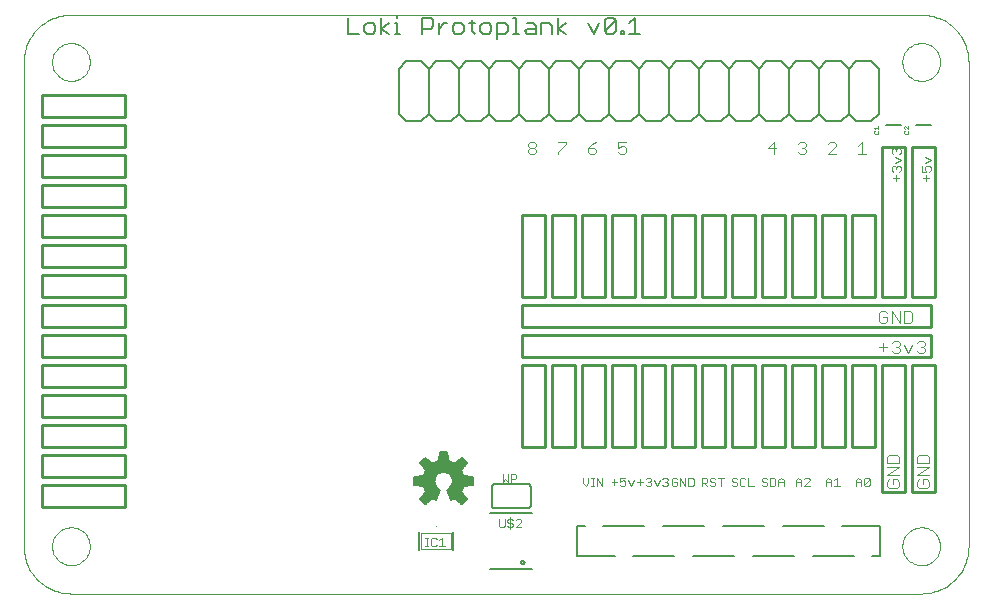
<source format=gto>
G75*
G70*
%OFA0B0*%
%FSLAX24Y24*%
%IPPOS*%
%LPD*%
%AMOC8*
5,1,8,0,0,1.08239X$1,22.5*
%
%ADD10C,0.0100*%
%ADD11C,0.0040*%
%ADD12C,0.0030*%
%ADD13C,0.0020*%
%ADD14C,0.0050*%
%ADD15C,0.0060*%
%ADD16C,0.0070*%
%ADD17C,0.0000*%
%ADD18C,0.0004*%
%ADD19C,0.0030*%
%ADD20C,0.0080*%
%ADD21C,0.0059*%
%ADD22C,0.0010*%
D10*
X006043Y003375D02*
X006043Y004125D01*
X008793Y004125D01*
X008793Y003375D01*
X006043Y003375D01*
X006043Y004375D02*
X006043Y005125D01*
X008793Y005125D01*
X008793Y004375D01*
X006043Y004375D01*
X006043Y005375D02*
X006043Y006125D01*
X008793Y006125D01*
X008793Y005375D01*
X006043Y005375D01*
X006043Y006375D02*
X006043Y007125D01*
X008793Y007125D01*
X008793Y006375D01*
X006043Y006375D01*
X006043Y007375D02*
X006043Y008125D01*
X008793Y008125D01*
X008793Y007375D01*
X006043Y007375D01*
X006043Y008375D02*
X006043Y009125D01*
X008793Y009125D01*
X008793Y008375D01*
X006043Y008375D01*
X006043Y009375D02*
X006043Y010125D01*
X008793Y010125D01*
X008793Y009375D01*
X006043Y009375D01*
X006043Y010375D02*
X006043Y011125D01*
X008793Y011125D01*
X008793Y010375D01*
X006043Y010375D01*
X006043Y011375D02*
X006043Y012125D01*
X008793Y012125D01*
X008793Y011375D01*
X006043Y011375D01*
X006043Y012375D02*
X006043Y013125D01*
X008793Y013125D01*
X008793Y012375D01*
X006043Y012375D01*
X006043Y013375D02*
X006043Y014125D01*
X008793Y014125D01*
X008793Y013375D01*
X006043Y013375D01*
X006043Y014375D02*
X006043Y015125D01*
X008793Y015125D01*
X008793Y014375D01*
X006043Y014375D01*
X006043Y015375D02*
X006043Y016125D01*
X008793Y016125D01*
X008793Y015375D01*
X006043Y015375D01*
X006043Y016375D02*
X006043Y017125D01*
X008793Y017125D01*
X008793Y016375D01*
X006043Y016375D01*
X022043Y013125D02*
X022043Y010375D01*
X022793Y010375D01*
X022793Y013125D01*
X022043Y013125D01*
X023043Y013125D02*
X023043Y010375D01*
X023793Y010375D01*
X023793Y013125D01*
X023043Y013125D01*
X024043Y013125D02*
X024043Y010375D01*
X024793Y010375D01*
X024793Y013125D01*
X024043Y013125D01*
X025043Y013125D02*
X025043Y010375D01*
X025793Y010375D01*
X025793Y013125D01*
X025043Y013125D01*
X026043Y013125D02*
X026043Y010375D01*
X026793Y010375D01*
X026793Y013125D01*
X026043Y013125D01*
X027043Y013125D02*
X027043Y010375D01*
X027793Y010375D01*
X027793Y013125D01*
X027043Y013125D01*
X028043Y013125D02*
X028043Y010375D01*
X028793Y010375D01*
X028793Y013125D01*
X028043Y013125D01*
X029043Y013125D02*
X029043Y010375D01*
X029793Y010375D01*
X029793Y013125D01*
X029043Y013125D01*
X030043Y013125D02*
X030043Y010375D01*
X030793Y010375D01*
X030793Y013125D01*
X030043Y013125D01*
X031043Y013125D02*
X031043Y010375D01*
X031793Y010375D01*
X031793Y013125D01*
X031043Y013125D01*
X032043Y013125D02*
X032043Y010375D01*
X032793Y010375D01*
X032793Y013125D01*
X032043Y013125D01*
X033043Y013125D02*
X033043Y010375D01*
X033793Y010375D01*
X033793Y013125D01*
X033043Y013125D01*
X034043Y015375D02*
X034043Y010375D01*
X034793Y010375D01*
X034793Y015375D01*
X034043Y015375D01*
X035043Y015375D02*
X035043Y010375D01*
X035793Y010375D01*
X035793Y015375D01*
X035043Y015375D01*
X035668Y010125D02*
X035668Y009375D01*
X022043Y009375D01*
X022043Y010125D01*
X035668Y010125D01*
X035668Y009125D02*
X022043Y009125D01*
X022043Y008375D01*
X035668Y008375D01*
X035668Y009125D01*
X035793Y008125D02*
X035043Y008125D01*
X035043Y003875D01*
X035793Y003875D01*
X035793Y008125D01*
X034793Y008125D02*
X034793Y003875D01*
X034043Y003875D01*
X034043Y008125D01*
X034793Y008125D01*
X033793Y008125D02*
X033793Y005375D01*
X033043Y005375D01*
X033043Y008125D01*
X033793Y008125D01*
X032793Y008125D02*
X032793Y005375D01*
X032043Y005375D01*
X032043Y008125D01*
X032793Y008125D01*
X031793Y008125D02*
X031793Y005375D01*
X031043Y005375D01*
X031043Y008125D01*
X031793Y008125D01*
X030793Y008125D02*
X030793Y005375D01*
X030043Y005375D01*
X030043Y008125D01*
X030793Y008125D01*
X029793Y008125D02*
X029793Y005375D01*
X029043Y005375D01*
X029043Y008125D01*
X029793Y008125D01*
X028793Y008125D02*
X028793Y005375D01*
X028043Y005375D01*
X028043Y008125D01*
X028793Y008125D01*
X027793Y008125D02*
X027793Y005375D01*
X027043Y005375D01*
X027043Y008125D01*
X027793Y008125D01*
X026793Y008125D02*
X026793Y005375D01*
X026043Y005375D01*
X026043Y008125D01*
X026793Y008125D01*
X025793Y008125D02*
X025793Y005375D01*
X025043Y005375D01*
X025043Y008125D01*
X025793Y008125D01*
X024793Y008125D02*
X024793Y005375D01*
X024043Y005375D01*
X024043Y008125D01*
X024793Y008125D01*
X023793Y008125D02*
X023793Y005375D01*
X023043Y005375D01*
X023043Y008125D01*
X023793Y008125D01*
X022793Y008125D02*
X022793Y005375D01*
X022043Y005375D01*
X022043Y008125D01*
X022793Y008125D01*
D11*
X033938Y008725D02*
X034212Y008725D01*
X034075Y008862D02*
X034075Y008588D01*
X034352Y008588D02*
X034421Y008520D01*
X034558Y008520D01*
X034626Y008588D01*
X034626Y008657D01*
X034558Y008725D01*
X034489Y008725D01*
X034558Y008725D02*
X034626Y008794D01*
X034626Y008862D01*
X034558Y008930D01*
X034421Y008930D01*
X034352Y008862D01*
X034767Y008794D02*
X034904Y008520D01*
X035040Y008794D01*
X035181Y008862D02*
X035250Y008930D01*
X035386Y008930D01*
X035455Y008862D01*
X035455Y008794D01*
X035386Y008725D01*
X035455Y008657D01*
X035455Y008588D01*
X035386Y008520D01*
X035250Y008520D01*
X035181Y008588D01*
X035318Y008725D02*
X035386Y008725D01*
X034972Y009520D02*
X035040Y009588D01*
X035040Y009862D01*
X034972Y009930D01*
X034767Y009930D01*
X034767Y009520D01*
X034972Y009520D01*
X034626Y009520D02*
X034626Y009930D01*
X034352Y009930D02*
X034626Y009520D01*
X034352Y009520D02*
X034352Y009930D01*
X034212Y009862D02*
X034143Y009930D01*
X034007Y009930D01*
X033938Y009862D01*
X033938Y009588D01*
X034007Y009520D01*
X034143Y009520D01*
X034212Y009588D01*
X034212Y009725D01*
X034075Y009725D01*
X034256Y005129D02*
X034188Y005061D01*
X034188Y004856D01*
X034598Y004856D01*
X034598Y005061D01*
X034530Y005129D01*
X034256Y005129D01*
X034188Y004715D02*
X034598Y004715D01*
X034188Y004441D01*
X034598Y004441D01*
X034530Y004301D02*
X034393Y004301D01*
X034393Y004164D01*
X034530Y004301D02*
X034598Y004232D01*
X034598Y004095D01*
X034530Y004027D01*
X034256Y004027D01*
X034188Y004095D01*
X034188Y004232D01*
X034256Y004301D01*
X035188Y004232D02*
X035188Y004095D01*
X035256Y004027D01*
X035530Y004027D01*
X035598Y004095D01*
X035598Y004232D01*
X035530Y004301D01*
X035393Y004301D01*
X035393Y004164D01*
X035256Y004301D02*
X035188Y004232D01*
X035188Y004441D02*
X035598Y004715D01*
X035188Y004715D01*
X035188Y004856D02*
X035188Y005061D01*
X035256Y005129D01*
X035530Y005129D01*
X035598Y005061D01*
X035598Y004856D01*
X035188Y004856D01*
X035188Y004441D02*
X035598Y004441D01*
X033505Y015145D02*
X033231Y015145D01*
X033368Y015145D02*
X033368Y015555D01*
X033231Y015419D01*
X032505Y015419D02*
X032231Y015145D01*
X032505Y015145D01*
X032505Y015419D02*
X032505Y015487D01*
X032436Y015555D01*
X032299Y015555D01*
X032231Y015487D01*
X031505Y015487D02*
X031505Y015419D01*
X031436Y015350D01*
X031505Y015282D01*
X031505Y015213D01*
X031436Y015145D01*
X031299Y015145D01*
X031231Y015213D01*
X031368Y015350D02*
X031436Y015350D01*
X031505Y015487D02*
X031436Y015555D01*
X031299Y015555D01*
X031231Y015487D01*
X030505Y015350D02*
X030231Y015350D01*
X030436Y015555D01*
X030436Y015145D01*
X025505Y015213D02*
X025436Y015145D01*
X025299Y015145D01*
X025231Y015213D01*
X025231Y015350D02*
X025368Y015419D01*
X025436Y015419D01*
X025505Y015350D01*
X025505Y015213D01*
X025231Y015350D02*
X025231Y015555D01*
X025505Y015555D01*
X024505Y015555D02*
X024368Y015487D01*
X024231Y015350D01*
X024436Y015350D01*
X024505Y015282D01*
X024505Y015213D01*
X024436Y015145D01*
X024299Y015145D01*
X024231Y015213D01*
X024231Y015350D01*
X023505Y015487D02*
X023231Y015213D01*
X023231Y015145D01*
X023231Y015555D02*
X023505Y015555D01*
X023505Y015487D01*
X022505Y015487D02*
X022505Y015419D01*
X022436Y015350D01*
X022299Y015350D01*
X022231Y015419D01*
X022231Y015487D01*
X022299Y015555D01*
X022436Y015555D01*
X022505Y015487D01*
X022436Y015350D02*
X022505Y015282D01*
X022505Y015213D01*
X022436Y015145D01*
X022299Y015145D01*
X022231Y015213D01*
X022231Y015282D01*
X022299Y015350D01*
D12*
X034363Y015197D02*
X034363Y015294D01*
X034411Y015342D01*
X034460Y015342D01*
X034508Y015294D01*
X034556Y015342D01*
X034605Y015342D01*
X034653Y015294D01*
X034653Y015197D01*
X034605Y015149D01*
X034508Y015246D02*
X034508Y015294D01*
X034411Y015149D02*
X034363Y015197D01*
X034460Y015048D02*
X034653Y014951D01*
X034460Y014854D01*
X034460Y014753D02*
X034508Y014705D01*
X034556Y014753D01*
X034605Y014753D01*
X034653Y014705D01*
X034653Y014608D01*
X034605Y014560D01*
X034508Y014656D02*
X034508Y014705D01*
X034460Y014753D02*
X034411Y014753D01*
X034363Y014705D01*
X034363Y014608D01*
X034411Y014560D01*
X034508Y014458D02*
X034508Y014265D01*
X034411Y014362D02*
X034605Y014362D01*
X035363Y014560D02*
X035363Y014753D01*
X035460Y014705D02*
X035508Y014753D01*
X035605Y014753D01*
X035653Y014705D01*
X035653Y014608D01*
X035605Y014560D01*
X035508Y014560D02*
X035460Y014656D01*
X035460Y014705D01*
X035460Y014854D02*
X035653Y014951D01*
X035460Y015048D01*
X035508Y014560D02*
X035363Y014560D01*
X035508Y014458D02*
X035508Y014265D01*
X035411Y014362D02*
X035605Y014362D01*
X021838Y004440D02*
X021838Y004350D01*
X021793Y004305D01*
X021658Y004305D01*
X021658Y004215D02*
X021658Y004485D01*
X021793Y004485D01*
X021838Y004440D01*
X021562Y004485D02*
X021562Y004215D01*
X021472Y004305D01*
X021382Y004215D01*
X021382Y004485D01*
D13*
X024060Y004365D02*
X024060Y004178D01*
X024153Y004085D01*
X024247Y004178D01*
X024247Y004365D01*
X024336Y004365D02*
X024429Y004365D01*
X024383Y004365D02*
X024383Y004085D01*
X024429Y004085D02*
X024336Y004085D01*
X024520Y004085D02*
X024520Y004365D01*
X024707Y004085D01*
X024707Y004365D01*
X025014Y004225D02*
X025201Y004225D01*
X025290Y004225D02*
X025383Y004272D01*
X025430Y004272D01*
X025477Y004225D01*
X025477Y004132D01*
X025430Y004085D01*
X025337Y004085D01*
X025290Y004132D01*
X025290Y004225D02*
X025290Y004365D01*
X025477Y004365D01*
X025566Y004272D02*
X025660Y004085D01*
X025753Y004272D01*
X025876Y004225D02*
X026062Y004225D01*
X026152Y004132D02*
X026199Y004085D01*
X026292Y004085D01*
X026339Y004132D01*
X026339Y004178D01*
X026292Y004225D01*
X026245Y004225D01*
X026292Y004225D02*
X026339Y004272D01*
X026339Y004319D01*
X026292Y004365D01*
X026199Y004365D01*
X026152Y004319D01*
X025969Y004319D02*
X025969Y004132D01*
X026428Y004272D02*
X026522Y004085D01*
X026615Y004272D01*
X026704Y004319D02*
X026751Y004365D01*
X026844Y004365D01*
X026891Y004319D01*
X026891Y004272D01*
X026844Y004225D01*
X026891Y004178D01*
X026891Y004132D01*
X026844Y004085D01*
X026751Y004085D01*
X026704Y004132D01*
X026798Y004225D02*
X026844Y004225D01*
X027014Y004132D02*
X027014Y004319D01*
X027060Y004365D01*
X027154Y004365D01*
X027201Y004319D01*
X027201Y004225D02*
X027107Y004225D01*
X027201Y004225D02*
X027201Y004132D01*
X027154Y004085D01*
X027060Y004085D01*
X027014Y004132D01*
X027290Y004085D02*
X027290Y004365D01*
X027477Y004085D01*
X027477Y004365D01*
X027566Y004365D02*
X027566Y004085D01*
X027706Y004085D01*
X027753Y004132D01*
X027753Y004319D01*
X027706Y004365D01*
X027566Y004365D01*
X028014Y004365D02*
X028014Y004085D01*
X028014Y004178D02*
X028154Y004178D01*
X028201Y004225D01*
X028201Y004319D01*
X028154Y004365D01*
X028014Y004365D01*
X028107Y004178D02*
X028201Y004085D01*
X028290Y004132D02*
X028337Y004085D01*
X028430Y004085D01*
X028477Y004132D01*
X028477Y004178D01*
X028430Y004225D01*
X028337Y004225D01*
X028290Y004272D01*
X028290Y004319D01*
X028337Y004365D01*
X028430Y004365D01*
X028477Y004319D01*
X028566Y004365D02*
X028753Y004365D01*
X028660Y004365D02*
X028660Y004085D01*
X029014Y004132D02*
X029060Y004085D01*
X029154Y004085D01*
X029201Y004132D01*
X029201Y004178D01*
X029154Y004225D01*
X029060Y004225D01*
X029014Y004272D01*
X029014Y004319D01*
X029060Y004365D01*
X029154Y004365D01*
X029201Y004319D01*
X029290Y004319D02*
X029290Y004132D01*
X029337Y004085D01*
X029430Y004085D01*
X029477Y004132D01*
X029566Y004085D02*
X029753Y004085D01*
X029566Y004085D02*
X029566Y004365D01*
X029477Y004319D02*
X029430Y004365D01*
X029337Y004365D01*
X029290Y004319D01*
X030014Y004319D02*
X030014Y004272D01*
X030060Y004225D01*
X030154Y004225D01*
X030201Y004178D01*
X030201Y004132D01*
X030154Y004085D01*
X030060Y004085D01*
X030014Y004132D01*
X030014Y004319D02*
X030060Y004365D01*
X030154Y004365D01*
X030201Y004319D01*
X030290Y004365D02*
X030430Y004365D01*
X030477Y004319D01*
X030477Y004132D01*
X030430Y004085D01*
X030290Y004085D01*
X030290Y004365D01*
X030566Y004272D02*
X030566Y004085D01*
X030566Y004225D02*
X030753Y004225D01*
X030753Y004272D02*
X030753Y004085D01*
X030753Y004272D02*
X030660Y004365D01*
X030566Y004272D01*
X031152Y004272D02*
X031152Y004085D01*
X031152Y004225D02*
X031339Y004225D01*
X031339Y004272D02*
X031339Y004085D01*
X031428Y004085D02*
X031615Y004272D01*
X031615Y004319D01*
X031568Y004365D01*
X031475Y004365D01*
X031428Y004319D01*
X031339Y004272D02*
X031245Y004365D01*
X031152Y004272D01*
X031428Y004085D02*
X031615Y004085D01*
X032152Y004085D02*
X032152Y004272D01*
X032245Y004365D01*
X032339Y004272D01*
X032339Y004085D01*
X032428Y004085D02*
X032615Y004085D01*
X032522Y004085D02*
X032522Y004365D01*
X032428Y004272D01*
X032339Y004225D02*
X032152Y004225D01*
X033152Y004225D02*
X033339Y004225D01*
X033339Y004272D02*
X033339Y004085D01*
X033428Y004132D02*
X033615Y004319D01*
X033615Y004132D01*
X033568Y004085D01*
X033475Y004085D01*
X033428Y004132D01*
X033428Y004319D01*
X033475Y004365D01*
X033568Y004365D01*
X033615Y004319D01*
X033339Y004272D02*
X033245Y004365D01*
X033152Y004272D01*
X033152Y004085D01*
X025107Y004132D02*
X025107Y004319D01*
X022003Y002944D02*
X021956Y002990D01*
X021863Y002990D01*
X021816Y002944D01*
X021727Y002944D02*
X021680Y002990D01*
X021587Y002990D01*
X021540Y002944D01*
X021540Y002897D01*
X021587Y002850D01*
X021680Y002850D01*
X021727Y002803D01*
X021727Y002757D01*
X021680Y002710D01*
X021587Y002710D01*
X021540Y002757D01*
X021451Y002757D02*
X021451Y002990D01*
X021264Y002990D02*
X021264Y002757D01*
X021310Y002710D01*
X021404Y002710D01*
X021451Y002757D01*
X021633Y002663D02*
X021633Y003037D01*
X021816Y002710D02*
X022003Y002897D01*
X022003Y002944D01*
X022003Y002710D02*
X021816Y002710D01*
X019457Y002085D02*
X019270Y002085D01*
X019364Y002085D02*
X019364Y002365D01*
X019270Y002272D01*
X019181Y002319D02*
X019134Y002365D01*
X019041Y002365D01*
X018994Y002319D01*
X018994Y002132D01*
X019041Y002085D01*
X019134Y002085D01*
X019181Y002132D01*
X018903Y002085D02*
X018810Y002085D01*
X018857Y002085D02*
X018857Y002365D01*
X018903Y002365D02*
X018810Y002365D01*
D14*
X018609Y002565D02*
X018609Y001935D01*
X019727Y001935D02*
X019727Y002565D01*
X021193Y018967D02*
X021193Y019517D01*
X021468Y019517D01*
X021560Y019425D01*
X021560Y019242D01*
X021468Y019150D01*
X021193Y019150D01*
X021008Y019242D02*
X020916Y019150D01*
X020732Y019150D01*
X020641Y019242D01*
X020641Y019425D01*
X020732Y019517D01*
X020916Y019517D01*
X021008Y019425D01*
X021008Y019242D01*
X020456Y019150D02*
X020364Y019242D01*
X020364Y019609D01*
X020272Y019517D02*
X020456Y019517D01*
X020087Y019425D02*
X020087Y019242D01*
X019995Y019150D01*
X019812Y019150D01*
X019720Y019242D01*
X019720Y019425D01*
X019812Y019517D01*
X019995Y019517D01*
X020087Y019425D01*
X019535Y019517D02*
X019443Y019517D01*
X019259Y019333D01*
X019259Y019150D02*
X019259Y019517D01*
X019074Y019609D02*
X018982Y019700D01*
X018707Y019700D01*
X018707Y019150D01*
X018707Y019333D02*
X018982Y019333D01*
X019074Y019425D01*
X019074Y019609D01*
X017970Y019150D02*
X017786Y019150D01*
X017878Y019150D02*
X017878Y019517D01*
X017786Y019517D01*
X017601Y019517D02*
X017326Y019333D01*
X017601Y019150D01*
X017326Y019150D02*
X017326Y019700D01*
X017140Y019425D02*
X017049Y019517D01*
X016865Y019517D01*
X016773Y019425D01*
X016773Y019242D01*
X016865Y019150D01*
X017049Y019150D01*
X017140Y019242D01*
X017140Y019425D01*
X017878Y019700D02*
X017878Y019792D01*
X016588Y019150D02*
X016221Y019150D01*
X016221Y019700D01*
X021746Y019700D02*
X021837Y019700D01*
X021837Y019150D01*
X021746Y019150D02*
X021929Y019150D01*
X022114Y019242D02*
X022206Y019333D01*
X022481Y019333D01*
X022481Y019425D02*
X022481Y019150D01*
X022206Y019150D01*
X022114Y019242D01*
X022206Y019517D02*
X022389Y019517D01*
X022481Y019425D01*
X022666Y019517D02*
X022942Y019517D01*
X023033Y019425D01*
X023033Y019150D01*
X023219Y019150D02*
X023219Y019700D01*
X023494Y019517D02*
X023219Y019333D01*
X023494Y019150D01*
X024232Y019517D02*
X024415Y019150D01*
X024599Y019517D01*
X024784Y019609D02*
X024784Y019242D01*
X025151Y019609D01*
X025151Y019242D01*
X025059Y019150D01*
X024876Y019150D01*
X024784Y019242D01*
X024784Y019609D02*
X024876Y019700D01*
X025059Y019700D01*
X025151Y019609D01*
X025337Y019242D02*
X025428Y019242D01*
X025428Y019150D01*
X025337Y019150D01*
X025337Y019242D01*
X025613Y019150D02*
X025980Y019150D01*
X025796Y019150D02*
X025796Y019700D01*
X025613Y019517D01*
X022666Y019517D02*
X022666Y019150D01*
D15*
X022668Y018250D02*
X022168Y018250D01*
X021918Y018000D01*
X021918Y016500D01*
X022168Y016250D01*
X022668Y016250D01*
X022918Y016500D01*
X022918Y018000D01*
X023168Y018250D01*
X023668Y018250D01*
X023918Y018000D01*
X023918Y016500D01*
X024168Y016250D01*
X024668Y016250D01*
X024918Y016500D01*
X024918Y018000D01*
X025168Y018250D01*
X025668Y018250D01*
X025918Y018000D01*
X025918Y016500D01*
X025668Y016250D01*
X025168Y016250D01*
X024918Y016500D01*
X023918Y016500D02*
X023668Y016250D01*
X023168Y016250D01*
X022918Y016500D01*
X021918Y016500D02*
X021668Y016250D01*
X021168Y016250D01*
X020918Y016500D01*
X020918Y018000D01*
X021168Y018250D01*
X021668Y018250D01*
X021918Y018000D01*
X022668Y018250D02*
X022918Y018000D01*
X023918Y018000D02*
X024168Y018250D01*
X024668Y018250D01*
X024918Y018000D01*
X025918Y018000D02*
X026168Y018250D01*
X026668Y018250D01*
X026918Y018000D01*
X027168Y018250D01*
X027668Y018250D01*
X027918Y018000D01*
X028168Y018250D01*
X028668Y018250D01*
X028918Y018000D01*
X028918Y016500D01*
X029168Y016250D01*
X029668Y016250D01*
X029918Y016500D01*
X029918Y018000D01*
X030168Y018250D01*
X030668Y018250D01*
X030918Y018000D01*
X030918Y016500D01*
X030668Y016250D01*
X030168Y016250D01*
X029918Y016500D01*
X028918Y016500D02*
X028668Y016250D01*
X028168Y016250D01*
X027918Y016500D01*
X027918Y018000D01*
X026918Y018000D02*
X026918Y016500D01*
X027168Y016250D01*
X027668Y016250D01*
X027918Y016500D01*
X026918Y016500D02*
X026668Y016250D01*
X026168Y016250D01*
X025918Y016500D01*
X028918Y018000D02*
X029168Y018250D01*
X029668Y018250D01*
X029918Y018000D01*
X030918Y018000D02*
X031168Y018250D01*
X031668Y018250D01*
X031918Y018000D01*
X031918Y016500D01*
X031668Y016250D01*
X031168Y016250D01*
X030918Y016500D01*
X031918Y016500D02*
X032168Y016250D01*
X032668Y016250D01*
X032918Y016500D01*
X033168Y016250D01*
X033668Y016250D01*
X033918Y016500D01*
X033918Y018000D01*
X033668Y018250D01*
X033168Y018250D01*
X032918Y018000D01*
X032918Y016500D01*
X032918Y018000D02*
X032668Y018250D01*
X032168Y018250D01*
X031918Y018000D01*
X020918Y018000D02*
X020668Y018250D01*
X020168Y018250D01*
X019918Y018000D01*
X019918Y016500D01*
X020168Y016250D01*
X020668Y016250D01*
X020918Y016500D01*
X019918Y016500D02*
X019668Y016250D01*
X019168Y016250D01*
X018918Y016500D01*
X018918Y018000D01*
X019168Y018250D01*
X019668Y018250D01*
X019918Y018000D01*
X018918Y018000D02*
X018668Y018250D01*
X018168Y018250D01*
X017918Y018000D01*
X017918Y016500D01*
X018168Y016250D01*
X018668Y016250D01*
X018918Y016500D01*
X021118Y004150D02*
X022218Y004150D01*
X022235Y004148D01*
X022252Y004144D01*
X022268Y004137D01*
X022282Y004127D01*
X022295Y004114D01*
X022305Y004100D01*
X022312Y004084D01*
X022316Y004067D01*
X022318Y004050D01*
X022318Y003450D01*
X022316Y003433D01*
X022312Y003416D01*
X022305Y003400D01*
X022295Y003386D01*
X022282Y003373D01*
X022268Y003363D01*
X022252Y003356D01*
X022235Y003352D01*
X022218Y003350D01*
X021118Y003350D01*
X021101Y003352D01*
X021084Y003356D01*
X021068Y003363D01*
X021054Y003373D01*
X021041Y003386D01*
X021031Y003400D01*
X021024Y003416D01*
X021020Y003433D01*
X021018Y003450D01*
X021018Y004050D01*
X021020Y004067D01*
X021024Y004084D01*
X021031Y004100D01*
X021041Y004114D01*
X021054Y004127D01*
X021068Y004137D01*
X021084Y004144D01*
X021101Y004148D01*
X021118Y004150D01*
X020958Y003180D02*
X022378Y003180D01*
X022378Y001320D02*
X020958Y001320D01*
D16*
X023879Y001758D02*
X023879Y002742D01*
X024131Y002742D01*
X024729Y002742D02*
X026107Y002742D01*
X026729Y002742D02*
X028107Y002742D01*
X028729Y002742D02*
X030107Y002742D01*
X030729Y002742D02*
X032107Y002742D01*
X032694Y002742D02*
X033957Y002742D01*
X033957Y001758D01*
X033694Y001758D01*
X033107Y001742D02*
X031729Y001742D01*
X031107Y001742D02*
X029729Y001742D01*
X029107Y001742D02*
X027729Y001742D01*
X027107Y001742D02*
X025729Y001742D01*
X025131Y001758D02*
X023879Y001758D01*
D17*
X005418Y002075D02*
X005418Y018217D01*
X006363Y018217D02*
X006365Y018267D01*
X006371Y018317D01*
X006381Y018366D01*
X006395Y018414D01*
X006412Y018461D01*
X006433Y018506D01*
X006458Y018550D01*
X006486Y018591D01*
X006518Y018630D01*
X006552Y018667D01*
X006589Y018701D01*
X006629Y018731D01*
X006671Y018758D01*
X006715Y018782D01*
X006761Y018803D01*
X006808Y018819D01*
X006856Y018832D01*
X006906Y018841D01*
X006955Y018846D01*
X007006Y018847D01*
X007056Y018844D01*
X007105Y018837D01*
X007154Y018826D01*
X007202Y018811D01*
X007248Y018793D01*
X007293Y018771D01*
X007336Y018745D01*
X007377Y018716D01*
X007416Y018684D01*
X007452Y018649D01*
X007484Y018611D01*
X007514Y018571D01*
X007541Y018528D01*
X007564Y018484D01*
X007583Y018438D01*
X007599Y018390D01*
X007611Y018341D01*
X007619Y018292D01*
X007623Y018242D01*
X007623Y018192D01*
X007619Y018142D01*
X007611Y018093D01*
X007599Y018044D01*
X007583Y017996D01*
X007564Y017950D01*
X007541Y017906D01*
X007514Y017863D01*
X007484Y017823D01*
X007452Y017785D01*
X007416Y017750D01*
X007377Y017718D01*
X007336Y017689D01*
X007293Y017663D01*
X007248Y017641D01*
X007202Y017623D01*
X007154Y017608D01*
X007105Y017597D01*
X007056Y017590D01*
X007006Y017587D01*
X006955Y017588D01*
X006906Y017593D01*
X006856Y017602D01*
X006808Y017615D01*
X006761Y017631D01*
X006715Y017652D01*
X006671Y017676D01*
X006629Y017703D01*
X006589Y017733D01*
X006552Y017767D01*
X006518Y017804D01*
X006486Y017843D01*
X006458Y017884D01*
X006433Y017928D01*
X006412Y017973D01*
X006395Y018020D01*
X006381Y018068D01*
X006371Y018117D01*
X006365Y018167D01*
X006363Y018217D01*
X005418Y018217D02*
X005420Y018294D01*
X005426Y018371D01*
X005435Y018448D01*
X005448Y018524D01*
X005465Y018600D01*
X005486Y018674D01*
X005510Y018748D01*
X005538Y018820D01*
X005569Y018890D01*
X005604Y018959D01*
X005642Y019027D01*
X005683Y019092D01*
X005728Y019155D01*
X005776Y019216D01*
X005826Y019275D01*
X005879Y019331D01*
X005935Y019384D01*
X005994Y019434D01*
X006055Y019482D01*
X006118Y019527D01*
X006183Y019568D01*
X006251Y019606D01*
X006320Y019641D01*
X006390Y019672D01*
X006462Y019700D01*
X006536Y019724D01*
X006610Y019745D01*
X006686Y019762D01*
X006762Y019775D01*
X006839Y019784D01*
X006916Y019790D01*
X006993Y019792D01*
X006993Y019791D02*
X035339Y019791D01*
X034709Y018217D02*
X034711Y018267D01*
X034717Y018317D01*
X034727Y018366D01*
X034741Y018414D01*
X034758Y018461D01*
X034779Y018506D01*
X034804Y018550D01*
X034832Y018591D01*
X034864Y018630D01*
X034898Y018667D01*
X034935Y018701D01*
X034975Y018731D01*
X035017Y018758D01*
X035061Y018782D01*
X035107Y018803D01*
X035154Y018819D01*
X035202Y018832D01*
X035252Y018841D01*
X035301Y018846D01*
X035352Y018847D01*
X035402Y018844D01*
X035451Y018837D01*
X035500Y018826D01*
X035548Y018811D01*
X035594Y018793D01*
X035639Y018771D01*
X035682Y018745D01*
X035723Y018716D01*
X035762Y018684D01*
X035798Y018649D01*
X035830Y018611D01*
X035860Y018571D01*
X035887Y018528D01*
X035910Y018484D01*
X035929Y018438D01*
X035945Y018390D01*
X035957Y018341D01*
X035965Y018292D01*
X035969Y018242D01*
X035969Y018192D01*
X035965Y018142D01*
X035957Y018093D01*
X035945Y018044D01*
X035929Y017996D01*
X035910Y017950D01*
X035887Y017906D01*
X035860Y017863D01*
X035830Y017823D01*
X035798Y017785D01*
X035762Y017750D01*
X035723Y017718D01*
X035682Y017689D01*
X035639Y017663D01*
X035594Y017641D01*
X035548Y017623D01*
X035500Y017608D01*
X035451Y017597D01*
X035402Y017590D01*
X035352Y017587D01*
X035301Y017588D01*
X035252Y017593D01*
X035202Y017602D01*
X035154Y017615D01*
X035107Y017631D01*
X035061Y017652D01*
X035017Y017676D01*
X034975Y017703D01*
X034935Y017733D01*
X034898Y017767D01*
X034864Y017804D01*
X034832Y017843D01*
X034804Y017884D01*
X034779Y017928D01*
X034758Y017973D01*
X034741Y018020D01*
X034727Y018068D01*
X034717Y018117D01*
X034711Y018167D01*
X034709Y018217D01*
X035339Y019792D02*
X035416Y019790D01*
X035493Y019784D01*
X035570Y019775D01*
X035646Y019762D01*
X035722Y019745D01*
X035796Y019724D01*
X035870Y019700D01*
X035942Y019672D01*
X036012Y019641D01*
X036081Y019606D01*
X036149Y019568D01*
X036214Y019527D01*
X036277Y019482D01*
X036338Y019434D01*
X036397Y019384D01*
X036453Y019331D01*
X036506Y019275D01*
X036556Y019216D01*
X036604Y019155D01*
X036649Y019092D01*
X036690Y019027D01*
X036728Y018959D01*
X036763Y018890D01*
X036794Y018820D01*
X036822Y018748D01*
X036846Y018674D01*
X036867Y018600D01*
X036884Y018524D01*
X036897Y018448D01*
X036906Y018371D01*
X036912Y018294D01*
X036914Y018217D01*
X036914Y002075D01*
X034709Y002075D02*
X034711Y002125D01*
X034717Y002175D01*
X034727Y002224D01*
X034741Y002272D01*
X034758Y002319D01*
X034779Y002364D01*
X034804Y002408D01*
X034832Y002449D01*
X034864Y002488D01*
X034898Y002525D01*
X034935Y002559D01*
X034975Y002589D01*
X035017Y002616D01*
X035061Y002640D01*
X035107Y002661D01*
X035154Y002677D01*
X035202Y002690D01*
X035252Y002699D01*
X035301Y002704D01*
X035352Y002705D01*
X035402Y002702D01*
X035451Y002695D01*
X035500Y002684D01*
X035548Y002669D01*
X035594Y002651D01*
X035639Y002629D01*
X035682Y002603D01*
X035723Y002574D01*
X035762Y002542D01*
X035798Y002507D01*
X035830Y002469D01*
X035860Y002429D01*
X035887Y002386D01*
X035910Y002342D01*
X035929Y002296D01*
X035945Y002248D01*
X035957Y002199D01*
X035965Y002150D01*
X035969Y002100D01*
X035969Y002050D01*
X035965Y002000D01*
X035957Y001951D01*
X035945Y001902D01*
X035929Y001854D01*
X035910Y001808D01*
X035887Y001764D01*
X035860Y001721D01*
X035830Y001681D01*
X035798Y001643D01*
X035762Y001608D01*
X035723Y001576D01*
X035682Y001547D01*
X035639Y001521D01*
X035594Y001499D01*
X035548Y001481D01*
X035500Y001466D01*
X035451Y001455D01*
X035402Y001448D01*
X035352Y001445D01*
X035301Y001446D01*
X035252Y001451D01*
X035202Y001460D01*
X035154Y001473D01*
X035107Y001489D01*
X035061Y001510D01*
X035017Y001534D01*
X034975Y001561D01*
X034935Y001591D01*
X034898Y001625D01*
X034864Y001662D01*
X034832Y001701D01*
X034804Y001742D01*
X034779Y001786D01*
X034758Y001831D01*
X034741Y001878D01*
X034727Y001926D01*
X034717Y001975D01*
X034711Y002025D01*
X034709Y002075D01*
X035339Y000500D02*
X035416Y000502D01*
X035493Y000508D01*
X035570Y000517D01*
X035646Y000530D01*
X035722Y000547D01*
X035796Y000568D01*
X035870Y000592D01*
X035942Y000620D01*
X036012Y000651D01*
X036081Y000686D01*
X036149Y000724D01*
X036214Y000765D01*
X036277Y000810D01*
X036338Y000858D01*
X036397Y000908D01*
X036453Y000961D01*
X036506Y001017D01*
X036556Y001076D01*
X036604Y001137D01*
X036649Y001200D01*
X036690Y001265D01*
X036728Y001333D01*
X036763Y001402D01*
X036794Y001472D01*
X036822Y001544D01*
X036846Y001618D01*
X036867Y001692D01*
X036884Y001768D01*
X036897Y001844D01*
X036906Y001921D01*
X036912Y001998D01*
X036914Y002075D01*
X035339Y000500D02*
X006993Y000500D01*
X006363Y002075D02*
X006365Y002125D01*
X006371Y002175D01*
X006381Y002224D01*
X006395Y002272D01*
X006412Y002319D01*
X006433Y002364D01*
X006458Y002408D01*
X006486Y002449D01*
X006518Y002488D01*
X006552Y002525D01*
X006589Y002559D01*
X006629Y002589D01*
X006671Y002616D01*
X006715Y002640D01*
X006761Y002661D01*
X006808Y002677D01*
X006856Y002690D01*
X006906Y002699D01*
X006955Y002704D01*
X007006Y002705D01*
X007056Y002702D01*
X007105Y002695D01*
X007154Y002684D01*
X007202Y002669D01*
X007248Y002651D01*
X007293Y002629D01*
X007336Y002603D01*
X007377Y002574D01*
X007416Y002542D01*
X007452Y002507D01*
X007484Y002469D01*
X007514Y002429D01*
X007541Y002386D01*
X007564Y002342D01*
X007583Y002296D01*
X007599Y002248D01*
X007611Y002199D01*
X007619Y002150D01*
X007623Y002100D01*
X007623Y002050D01*
X007619Y002000D01*
X007611Y001951D01*
X007599Y001902D01*
X007583Y001854D01*
X007564Y001808D01*
X007541Y001764D01*
X007514Y001721D01*
X007484Y001681D01*
X007452Y001643D01*
X007416Y001608D01*
X007377Y001576D01*
X007336Y001547D01*
X007293Y001521D01*
X007248Y001499D01*
X007202Y001481D01*
X007154Y001466D01*
X007105Y001455D01*
X007056Y001448D01*
X007006Y001445D01*
X006955Y001446D01*
X006906Y001451D01*
X006856Y001460D01*
X006808Y001473D01*
X006761Y001489D01*
X006715Y001510D01*
X006671Y001534D01*
X006629Y001561D01*
X006589Y001591D01*
X006552Y001625D01*
X006518Y001662D01*
X006486Y001701D01*
X006458Y001742D01*
X006433Y001786D01*
X006412Y001831D01*
X006395Y001878D01*
X006381Y001926D01*
X006371Y001975D01*
X006365Y002025D01*
X006363Y002075D01*
X005418Y002075D02*
X005420Y001998D01*
X005426Y001921D01*
X005435Y001844D01*
X005448Y001768D01*
X005465Y001692D01*
X005486Y001618D01*
X005510Y001544D01*
X005538Y001472D01*
X005569Y001402D01*
X005604Y001333D01*
X005642Y001265D01*
X005683Y001200D01*
X005728Y001137D01*
X005776Y001076D01*
X005826Y001017D01*
X005879Y000961D01*
X005935Y000908D01*
X005994Y000858D01*
X006055Y000810D01*
X006118Y000765D01*
X006183Y000724D01*
X006251Y000686D01*
X006320Y000651D01*
X006390Y000620D01*
X006462Y000592D01*
X006536Y000568D01*
X006610Y000547D01*
X006686Y000530D01*
X006762Y000517D01*
X006839Y000508D01*
X006916Y000502D01*
X006993Y000500D01*
D18*
X019168Y002758D02*
X019168Y002762D01*
D19*
X019668Y002510D02*
X018664Y002510D01*
X018664Y001994D01*
X019668Y001994D01*
X019668Y002510D01*
D20*
X022001Y001540D02*
X022003Y001555D01*
X022009Y001568D01*
X022018Y001580D01*
X022029Y001589D01*
X022043Y001595D01*
X022058Y001597D01*
X022073Y001595D01*
X022086Y001589D01*
X022098Y001580D01*
X022107Y001569D01*
X022113Y001555D01*
X022115Y001540D01*
X022113Y001525D01*
X022107Y001512D01*
X022098Y001500D01*
X022087Y001491D01*
X022073Y001485D01*
X022058Y001483D01*
X022043Y001485D01*
X022030Y001491D01*
X022018Y001500D01*
X022009Y001511D01*
X022003Y001525D01*
X022001Y001540D01*
X034168Y016125D02*
X034668Y016125D01*
X035168Y016125D02*
X035668Y016125D01*
D21*
X019538Y005227D02*
X019298Y005227D01*
X019266Y004909D01*
X019159Y004875D01*
X019060Y004824D01*
X018812Y005026D01*
X018643Y004856D01*
X018844Y004609D01*
X018793Y004509D01*
X018759Y004402D01*
X018441Y004370D01*
X018441Y004130D01*
X018759Y004098D01*
X018793Y003991D01*
X018844Y003891D01*
X018643Y003644D01*
X018812Y003474D01*
X019060Y003676D01*
X019159Y003625D01*
X019300Y003966D01*
X019247Y003994D01*
X019201Y004032D01*
X019162Y004079D01*
X019134Y004132D01*
X019116Y004190D01*
X019111Y004250D01*
X019117Y004313D01*
X019136Y004373D01*
X019167Y004428D01*
X019209Y004475D01*
X019259Y004513D01*
X019317Y004540D01*
X019378Y004555D01*
X019441Y004557D01*
X019503Y004546D01*
X019562Y004522D01*
X019614Y004487D01*
X019659Y004442D01*
X019693Y004389D01*
X019715Y004330D01*
X019725Y004267D01*
X019722Y004204D01*
X019706Y004143D01*
X019679Y004086D01*
X019640Y004037D01*
X019591Y003996D01*
X019536Y003966D01*
X019677Y003625D01*
X019777Y003676D01*
X020024Y003474D01*
X020194Y003644D01*
X019992Y003891D01*
X020043Y003991D01*
X020077Y004098D01*
X020395Y004130D01*
X020395Y004370D01*
X020077Y004402D01*
X020043Y004509D01*
X019992Y004609D01*
X020194Y004856D01*
X020024Y005026D01*
X019777Y004824D01*
X019677Y004875D01*
X019570Y004909D01*
X019538Y005227D01*
X019539Y005220D02*
X019297Y005220D01*
X019292Y005162D02*
X019545Y005162D01*
X019551Y005104D02*
X019286Y005104D01*
X019280Y005047D02*
X019556Y005047D01*
X019562Y004989D02*
X019274Y004989D01*
X019268Y004932D02*
X019568Y004932D01*
X019679Y004874D02*
X019157Y004874D01*
X018998Y004874D02*
X018661Y004874D01*
X018675Y004817D02*
X020162Y004817D01*
X020175Y004874D02*
X019838Y004874D01*
X019909Y004932D02*
X020118Y004932D01*
X020060Y004989D02*
X019980Y004989D01*
X020115Y004759D02*
X018722Y004759D01*
X018768Y004702D02*
X020068Y004702D01*
X020021Y004644D02*
X018815Y004644D01*
X018833Y004586D02*
X020003Y004586D01*
X020033Y004529D02*
X019545Y004529D01*
X019630Y004471D02*
X020055Y004471D01*
X020074Y004414D02*
X019677Y004414D01*
X019705Y004356D02*
X020395Y004356D01*
X020395Y004299D02*
X019720Y004299D01*
X019724Y004241D02*
X020395Y004241D01*
X020395Y004184D02*
X019717Y004184D01*
X019698Y004126D02*
X020355Y004126D01*
X020068Y004068D02*
X019665Y004068D01*
X019609Y004011D02*
X020050Y004011D01*
X020024Y003953D02*
X019541Y003953D01*
X019565Y003896D02*
X019994Y003896D01*
X020035Y003838D02*
X019589Y003838D01*
X019613Y003781D02*
X020082Y003781D01*
X020129Y003723D02*
X019636Y003723D01*
X019660Y003666D02*
X019756Y003666D01*
X019790Y003666D02*
X020176Y003666D01*
X020158Y003608D02*
X019860Y003608D01*
X019931Y003550D02*
X020100Y003550D01*
X020043Y003493D02*
X020001Y003493D01*
X019224Y003781D02*
X018754Y003781D01*
X018801Y003838D02*
X019248Y003838D01*
X019271Y003896D02*
X018842Y003896D01*
X018812Y003953D02*
X019295Y003953D01*
X019227Y004011D02*
X018787Y004011D01*
X018768Y004068D02*
X019171Y004068D01*
X019137Y004126D02*
X018481Y004126D01*
X018441Y004184D02*
X019118Y004184D01*
X019111Y004241D02*
X018441Y004241D01*
X018441Y004299D02*
X019116Y004299D01*
X019131Y004356D02*
X018441Y004356D01*
X018762Y004414D02*
X019159Y004414D01*
X019205Y004471D02*
X018781Y004471D01*
X018803Y004529D02*
X019292Y004529D01*
X018927Y004932D02*
X018718Y004932D01*
X018776Y004989D02*
X018857Y004989D01*
X018707Y003723D02*
X019200Y003723D01*
X019176Y003666D02*
X019080Y003666D01*
X019047Y003666D02*
X018660Y003666D01*
X018679Y003608D02*
X018976Y003608D01*
X018905Y003550D02*
X018736Y003550D01*
X018794Y003493D02*
X018835Y003493D01*
D22*
X033763Y015855D02*
X033788Y015830D01*
X033888Y015830D01*
X033913Y015855D01*
X033913Y015905D01*
X033888Y015930D01*
X033913Y015977D02*
X033913Y016077D01*
X033913Y016027D02*
X033763Y016027D01*
X033813Y015977D01*
X033788Y015930D02*
X033763Y015905D01*
X033763Y015855D01*
X034763Y015855D02*
X034788Y015830D01*
X034888Y015830D01*
X034913Y015855D01*
X034913Y015905D01*
X034888Y015930D01*
X034913Y015977D02*
X034813Y016077D01*
X034788Y016077D01*
X034763Y016052D01*
X034763Y016002D01*
X034788Y015977D01*
X034788Y015930D02*
X034763Y015905D01*
X034763Y015855D01*
X034913Y015977D02*
X034913Y016077D01*
M02*

</source>
